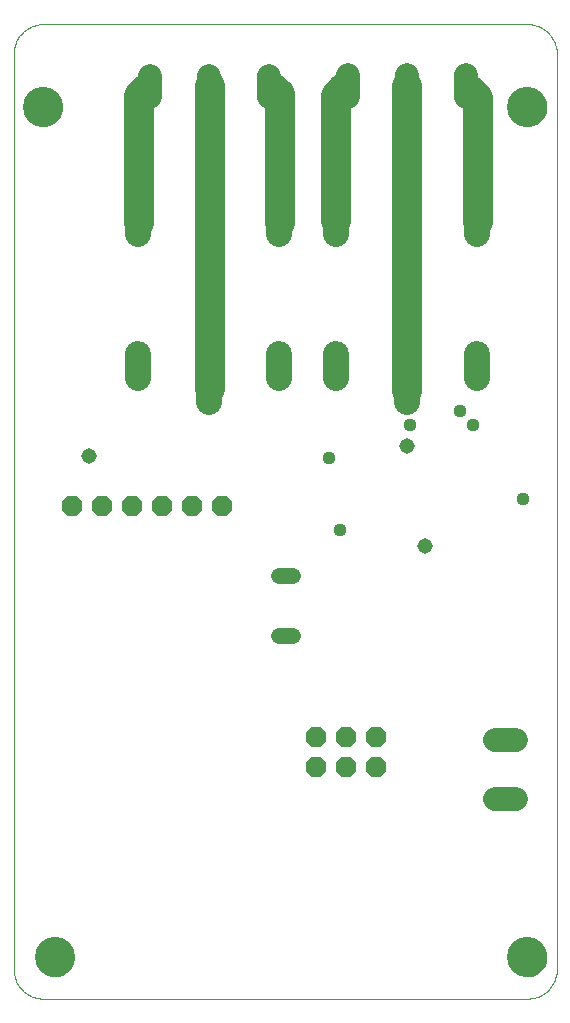
<source format=gbs>
G75*
%MOIN*%
%OFA0B0*%
%FSLAX24Y24*%
%IPPOS*%
%LPD*%
%AMOC8*
5,1,8,0,0,1.08239X$1,22.5*
%
%ADD10C,0.1000*%
%ADD11C,0.0000*%
%ADD12C,0.1340*%
%ADD13OC8,0.0680*%
%ADD14C,0.0860*%
%ADD15C,0.0520*%
%ADD16C,0.0785*%
%ADD17C,0.0437*%
%ADD18C,0.0516*%
D10*
X008714Y025935D02*
X008714Y036045D01*
X010774Y036015D02*
X011034Y035755D01*
X011034Y031465D01*
X012914Y031525D02*
X012914Y035715D01*
X013184Y035985D01*
X015264Y036025D02*
X015264Y025875D01*
X015274Y025865D01*
X017654Y031515D02*
X017654Y035625D01*
X017334Y035945D01*
X006614Y035965D02*
X006334Y035685D01*
X006334Y031475D01*
D11*
X003149Y005613D02*
X019291Y005613D01*
X019353Y005615D01*
X019414Y005621D01*
X019475Y005630D01*
X019536Y005644D01*
X019595Y005661D01*
X019653Y005682D01*
X019710Y005707D01*
X019765Y005735D01*
X019818Y005766D01*
X019869Y005801D01*
X019918Y005839D01*
X019965Y005880D01*
X020008Y005923D01*
X020049Y005970D01*
X020087Y006019D01*
X020122Y006070D01*
X020153Y006123D01*
X020181Y006178D01*
X020206Y006235D01*
X020227Y006293D01*
X020244Y006352D01*
X020258Y006413D01*
X020267Y006474D01*
X020273Y006535D01*
X020275Y006597D01*
X020275Y037109D01*
X020273Y037171D01*
X020267Y037232D01*
X020258Y037293D01*
X020244Y037354D01*
X020227Y037413D01*
X020206Y037471D01*
X020181Y037528D01*
X020153Y037583D01*
X020122Y037636D01*
X020087Y037687D01*
X020049Y037736D01*
X020008Y037783D01*
X019965Y037826D01*
X019918Y037867D01*
X019869Y037905D01*
X019818Y037940D01*
X019765Y037971D01*
X019710Y037999D01*
X019653Y038024D01*
X019595Y038045D01*
X019536Y038062D01*
X019475Y038076D01*
X019414Y038085D01*
X019353Y038091D01*
X019291Y038093D01*
X003149Y038093D01*
X003087Y038091D01*
X003026Y038085D01*
X002965Y038076D01*
X002904Y038062D01*
X002845Y038045D01*
X002787Y038024D01*
X002730Y037999D01*
X002675Y037971D01*
X002622Y037940D01*
X002571Y037905D01*
X002522Y037867D01*
X002475Y037826D01*
X002432Y037783D01*
X002391Y037736D01*
X002353Y037687D01*
X002318Y037636D01*
X002287Y037583D01*
X002259Y037528D01*
X002234Y037471D01*
X002213Y037413D01*
X002196Y037354D01*
X002182Y037293D01*
X002173Y037232D01*
X002167Y037171D01*
X002165Y037109D01*
X002165Y006597D01*
X002167Y006535D01*
X002173Y006474D01*
X002182Y006413D01*
X002196Y006352D01*
X002213Y006293D01*
X002234Y006235D01*
X002259Y006178D01*
X002287Y006123D01*
X002318Y006070D01*
X002353Y006019D01*
X002391Y005970D01*
X002432Y005923D01*
X002475Y005880D01*
X002522Y005839D01*
X002571Y005801D01*
X002622Y005766D01*
X002675Y005735D01*
X002730Y005707D01*
X002787Y005682D01*
X002845Y005661D01*
X002904Y005644D01*
X002965Y005630D01*
X003026Y005621D01*
X003087Y005615D01*
X003149Y005613D01*
X002913Y006991D02*
X002915Y007041D01*
X002921Y007091D01*
X002931Y007140D01*
X002945Y007188D01*
X002962Y007235D01*
X002983Y007280D01*
X003008Y007324D01*
X003036Y007365D01*
X003068Y007404D01*
X003102Y007441D01*
X003139Y007475D01*
X003179Y007505D01*
X003221Y007532D01*
X003265Y007556D01*
X003311Y007577D01*
X003358Y007593D01*
X003406Y007606D01*
X003456Y007615D01*
X003505Y007620D01*
X003556Y007621D01*
X003606Y007618D01*
X003655Y007611D01*
X003704Y007600D01*
X003752Y007585D01*
X003798Y007567D01*
X003843Y007545D01*
X003886Y007519D01*
X003927Y007490D01*
X003966Y007458D01*
X004002Y007423D01*
X004034Y007385D01*
X004064Y007345D01*
X004091Y007302D01*
X004114Y007258D01*
X004133Y007212D01*
X004149Y007164D01*
X004161Y007115D01*
X004169Y007066D01*
X004173Y007016D01*
X004173Y006966D01*
X004169Y006916D01*
X004161Y006867D01*
X004149Y006818D01*
X004133Y006770D01*
X004114Y006724D01*
X004091Y006680D01*
X004064Y006637D01*
X004034Y006597D01*
X004002Y006559D01*
X003966Y006524D01*
X003927Y006492D01*
X003886Y006463D01*
X003843Y006437D01*
X003798Y006415D01*
X003752Y006397D01*
X003704Y006382D01*
X003655Y006371D01*
X003606Y006364D01*
X003556Y006361D01*
X003505Y006362D01*
X003456Y006367D01*
X003406Y006376D01*
X003358Y006389D01*
X003311Y006405D01*
X003265Y006426D01*
X003221Y006450D01*
X003179Y006477D01*
X003139Y006507D01*
X003102Y006541D01*
X003068Y006578D01*
X003036Y006617D01*
X003008Y006658D01*
X002983Y006702D01*
X002962Y006747D01*
X002945Y006794D01*
X002931Y006842D01*
X002921Y006891D01*
X002915Y006941D01*
X002913Y006991D01*
X002519Y035337D02*
X002521Y035387D01*
X002527Y035437D01*
X002537Y035486D01*
X002551Y035534D01*
X002568Y035581D01*
X002589Y035626D01*
X002614Y035670D01*
X002642Y035711D01*
X002674Y035750D01*
X002708Y035787D01*
X002745Y035821D01*
X002785Y035851D01*
X002827Y035878D01*
X002871Y035902D01*
X002917Y035923D01*
X002964Y035939D01*
X003012Y035952D01*
X003062Y035961D01*
X003111Y035966D01*
X003162Y035967D01*
X003212Y035964D01*
X003261Y035957D01*
X003310Y035946D01*
X003358Y035931D01*
X003404Y035913D01*
X003449Y035891D01*
X003492Y035865D01*
X003533Y035836D01*
X003572Y035804D01*
X003608Y035769D01*
X003640Y035731D01*
X003670Y035691D01*
X003697Y035648D01*
X003720Y035604D01*
X003739Y035558D01*
X003755Y035510D01*
X003767Y035461D01*
X003775Y035412D01*
X003779Y035362D01*
X003779Y035312D01*
X003775Y035262D01*
X003767Y035213D01*
X003755Y035164D01*
X003739Y035116D01*
X003720Y035070D01*
X003697Y035026D01*
X003670Y034983D01*
X003640Y034943D01*
X003608Y034905D01*
X003572Y034870D01*
X003533Y034838D01*
X003492Y034809D01*
X003449Y034783D01*
X003404Y034761D01*
X003358Y034743D01*
X003310Y034728D01*
X003261Y034717D01*
X003212Y034710D01*
X003162Y034707D01*
X003111Y034708D01*
X003062Y034713D01*
X003012Y034722D01*
X002964Y034735D01*
X002917Y034751D01*
X002871Y034772D01*
X002827Y034796D01*
X002785Y034823D01*
X002745Y034853D01*
X002708Y034887D01*
X002674Y034924D01*
X002642Y034963D01*
X002614Y035004D01*
X002589Y035048D01*
X002568Y035093D01*
X002551Y035140D01*
X002537Y035188D01*
X002527Y035237D01*
X002521Y035287D01*
X002519Y035337D01*
X018661Y035337D02*
X018663Y035387D01*
X018669Y035437D01*
X018679Y035486D01*
X018693Y035534D01*
X018710Y035581D01*
X018731Y035626D01*
X018756Y035670D01*
X018784Y035711D01*
X018816Y035750D01*
X018850Y035787D01*
X018887Y035821D01*
X018927Y035851D01*
X018969Y035878D01*
X019013Y035902D01*
X019059Y035923D01*
X019106Y035939D01*
X019154Y035952D01*
X019204Y035961D01*
X019253Y035966D01*
X019304Y035967D01*
X019354Y035964D01*
X019403Y035957D01*
X019452Y035946D01*
X019500Y035931D01*
X019546Y035913D01*
X019591Y035891D01*
X019634Y035865D01*
X019675Y035836D01*
X019714Y035804D01*
X019750Y035769D01*
X019782Y035731D01*
X019812Y035691D01*
X019839Y035648D01*
X019862Y035604D01*
X019881Y035558D01*
X019897Y035510D01*
X019909Y035461D01*
X019917Y035412D01*
X019921Y035362D01*
X019921Y035312D01*
X019917Y035262D01*
X019909Y035213D01*
X019897Y035164D01*
X019881Y035116D01*
X019862Y035070D01*
X019839Y035026D01*
X019812Y034983D01*
X019782Y034943D01*
X019750Y034905D01*
X019714Y034870D01*
X019675Y034838D01*
X019634Y034809D01*
X019591Y034783D01*
X019546Y034761D01*
X019500Y034743D01*
X019452Y034728D01*
X019403Y034717D01*
X019354Y034710D01*
X019304Y034707D01*
X019253Y034708D01*
X019204Y034713D01*
X019154Y034722D01*
X019106Y034735D01*
X019059Y034751D01*
X019013Y034772D01*
X018969Y034796D01*
X018927Y034823D01*
X018887Y034853D01*
X018850Y034887D01*
X018816Y034924D01*
X018784Y034963D01*
X018756Y035004D01*
X018731Y035048D01*
X018710Y035093D01*
X018693Y035140D01*
X018679Y035188D01*
X018669Y035237D01*
X018663Y035287D01*
X018661Y035337D01*
X018661Y006991D02*
X018663Y007041D01*
X018669Y007091D01*
X018679Y007140D01*
X018693Y007188D01*
X018710Y007235D01*
X018731Y007280D01*
X018756Y007324D01*
X018784Y007365D01*
X018816Y007404D01*
X018850Y007441D01*
X018887Y007475D01*
X018927Y007505D01*
X018969Y007532D01*
X019013Y007556D01*
X019059Y007577D01*
X019106Y007593D01*
X019154Y007606D01*
X019204Y007615D01*
X019253Y007620D01*
X019304Y007621D01*
X019354Y007618D01*
X019403Y007611D01*
X019452Y007600D01*
X019500Y007585D01*
X019546Y007567D01*
X019591Y007545D01*
X019634Y007519D01*
X019675Y007490D01*
X019714Y007458D01*
X019750Y007423D01*
X019782Y007385D01*
X019812Y007345D01*
X019839Y007302D01*
X019862Y007258D01*
X019881Y007212D01*
X019897Y007164D01*
X019909Y007115D01*
X019917Y007066D01*
X019921Y007016D01*
X019921Y006966D01*
X019917Y006916D01*
X019909Y006867D01*
X019897Y006818D01*
X019881Y006770D01*
X019862Y006724D01*
X019839Y006680D01*
X019812Y006637D01*
X019782Y006597D01*
X019750Y006559D01*
X019714Y006524D01*
X019675Y006492D01*
X019634Y006463D01*
X019591Y006437D01*
X019546Y006415D01*
X019500Y006397D01*
X019452Y006382D01*
X019403Y006371D01*
X019354Y006364D01*
X019304Y006361D01*
X019253Y006362D01*
X019204Y006367D01*
X019154Y006376D01*
X019106Y006389D01*
X019059Y006405D01*
X019013Y006426D01*
X018969Y006450D01*
X018927Y006477D01*
X018887Y006507D01*
X018850Y006541D01*
X018816Y006578D01*
X018784Y006617D01*
X018756Y006658D01*
X018731Y006702D01*
X018710Y006747D01*
X018693Y006794D01*
X018679Y006842D01*
X018669Y006891D01*
X018663Y006941D01*
X018661Y006991D01*
D12*
X019291Y006991D03*
X019291Y035337D03*
X003543Y006991D03*
X003149Y035337D03*
D13*
X004117Y022023D03*
X005117Y022023D03*
X006117Y022023D03*
X007117Y022023D03*
X008117Y022023D03*
X009117Y022023D03*
X012244Y014345D03*
X012244Y013345D03*
X013244Y013345D03*
X013244Y014345D03*
X014244Y014345D03*
X014244Y013345D03*
D14*
X015274Y025505D02*
X015274Y026285D01*
X017624Y026305D02*
X017624Y027085D01*
X017624Y031105D02*
X017624Y031885D01*
X012924Y031885D02*
X012924Y031105D01*
X011024Y031105D02*
X011024Y031885D01*
X011024Y027085D02*
X011024Y026305D01*
X012924Y026305D02*
X012924Y027085D01*
X008674Y026285D02*
X008674Y025505D01*
X006324Y026305D02*
X006324Y027085D01*
X006324Y031105D02*
X006324Y031885D01*
D15*
X011024Y019695D02*
X011464Y019695D01*
X011464Y017695D02*
X011024Y017695D01*
D16*
X018221Y014229D02*
X018926Y014229D01*
X018926Y012261D02*
X018221Y012261D01*
X017242Y035684D02*
X017242Y036389D01*
X015274Y036389D02*
X015274Y035684D01*
X013305Y035684D02*
X013305Y036389D01*
X010662Y036369D02*
X010662Y035664D01*
X008694Y035664D02*
X008694Y036369D01*
X006725Y036369D02*
X006725Y035664D01*
D17*
X012674Y023645D03*
X013044Y021245D03*
X015374Y024745D03*
X017035Y025199D03*
X017468Y024745D03*
X019135Y022256D03*
D18*
X015868Y020716D03*
X015274Y024045D03*
X004668Y023716D03*
M02*

</source>
